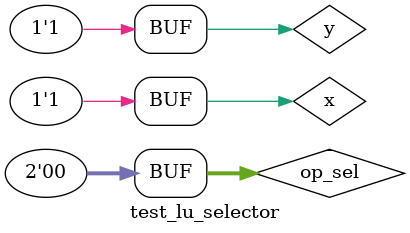
<source format=v>

module lu (
    output nor_out,
    output or_out,
    output xor_out,
    output xnor_out,
    input a,
    input b
);
// Descrever por portas
    nor NOR1 (nor_out, a, b);
    or OR1 (or_out, a, b);
    xor XOR1 (xor_out, a, b);
    xnor XNOR1 (xnor_out, a, b);
endmodule // lu

// -------------------------
// Multiplexer 4x1
// -------------------------
module mux4x1 (
    output s,
    input a,
    input b,
    input c,
    input d,
    input [1:0] select
);
// Definir dados locais
    wire sel0, sel1, sel2, sel3;
    wire not_sel0, not_sel1;
    wire sa, sb, sc, sd;

    // Inversores para seleção
    not NOT_SEL0 (not_sel0, select[0]);
    not NOT_SEL1 (not_sel1, select[1]);

    // Geração de sinais de habilitação
    and AND_SEL0 (sel0, not_sel0, not_sel1);
    and AND_SEL1 (sel1, select[0], not_sel1);
    and AND_SEL2 (sel2, not_sel0, select[1]);
    and AND_SEL3 (sel3, select[0], select[1]);

    // Multiplexação das entradas
    and AND1 (sa, a, sel0);
    and AND2 (sb, b, sel1);
    and AND3 (sc, c, sel2);
    and AND4 (sd, d, sel3);
    or OR1 (s, sa, sb, sc, sd);
endmodule // mux4x1

// -------------------------
// Seleção de operações LU
// -------------------------
module lu_selector (
    output result,
    input a,
    input b,
    input [1:0] op_select
);
// Definir dados locais
    wire nor_out, or_out, xor_out, xnor_out;

    // Instanciar a LU
    lu LU1 (nor_out, or_out, xor_out, xnor_out, a, b);

    // Multiplexador 4x1 para seleção da operação
    mux4x1 MUX1 (result, nor_out, or_out, xor_out, xnor_out, op_select);
endmodule // lu_selector

// -------------------------
// Teste LU com seleção de operação
// -------------------------
module test_lu_selector;
// Definir dados
    reg x;
    reg y;
    reg [1:0] op_sel; // Seleção da operação
    wire z;           // Resultado final

    // Instanciar módulo principal
    lu_selector LU_SELECTOR1 (z, x, y, op_sel);

    // Parte principal
    initial
    begin : main
        $display("Guia_0704 - Alessandra Faria Rodrigues - 828333");
        $display("Test LU");
        $display(" x y op_sel z");

        // Inicializar valores
        x = 1'b0; y = 1'b1; op_sel = 2'b00;

        // Monitorar mudanças
        #1 $monitor("%4b %4b %6b %4b", x, y, op_sel, z);

        // Testes
        #1 op_sel = 2'b01; // Selecionar OR
        #1 op_sel = 2'b10; // Selecionar XOR
        #1 op_sel = 2'b11; // Selecionar XNOR
        #1 x = 1'b1; y = 1'b1; // Teste com ambos iguais a 1
        #1 op_sel = 2'b00; // Voltar para NOR
    end
endmodule // test_lu_selector

</source>
